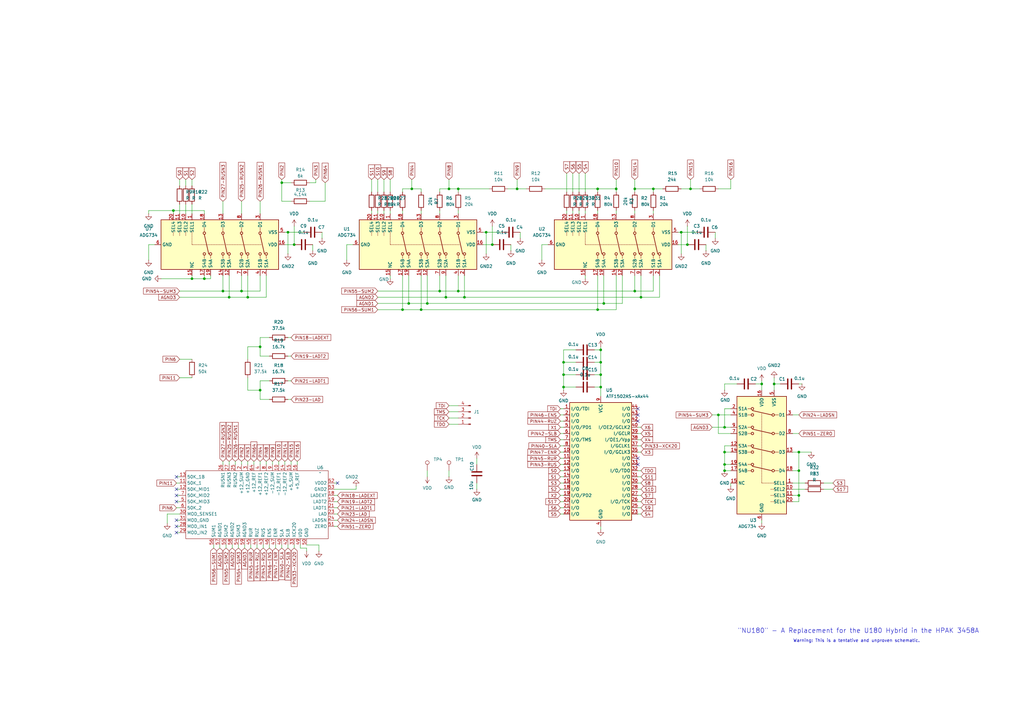
<source format=kicad_sch>
(kicad_sch (version 20250114) (generator "eeschema") (generator_version "9.0")
  (paper "A3")
  (text "Warning: This is a tentative and unproven schematic." (at 351.282 262.89 0) (effects (font (size 1.27 1.27))))
  (text "\"NU180\" - A Replacement for the U180 Hybrid in the HPAK 3458A " (at 352.806 258.826 0) (effects (font (size 1.905 1.905))))
  (junction (at 190.5 121.92))
  (junction (at 267.97 77.47))
  (junction (at 252.73 77.47))
  (junction (at 78.74 114.3))
  (junction (at 184.15 77.47))
  (junction (at 165.1 127))
  (junction (at 212.09 77.47))
  (junction (at 115.57 74.93))
  (junction (at 182.88 121.92))
  (junction (at 283.21 77.47))
  (junction (at 246.38 148.59))
  (junction (at 281.94 100.33))
  (junction (at 101.6 121.92))
  (junction (at 187.96 77.47))
  (junction (at 297.18 190.5))
  (junction (at 93.98 121.92))
  (junction (at 279.4 95.25))
  (junction (at 246.38 143.51))
  (junction (at 294.64 170.18))
  (junction (at 120.65 100.33))
  (junction (at 83.82 114.3))
  (junction (at 106.68 142.24))
  (junction (at 317.5 157.48))
  (junction (at 172.72 127))
  (junction (at 327.66 193.04))
  (junction (at 199.39 95.25))
  (junction (at 260.35 119.38))
  (junction (at 168.91 77.47))
  (junction (at 260.35 77.47))
  (junction (at 118.11 95.25))
  (junction (at 297.18 185.42))
  (junction (at 262.89 121.92))
  (junction (at 297.18 175.26))
  (junction (at 187.96 119.38))
  (junction (at 175.26 124.46))
  (junction (at 91.44 119.38))
  (junction (at 106.68 160.02))
  (junction (at 180.34 119.38))
  (junction (at 99.06 119.38))
  (junction (at 246.38 153.67))
  (junction (at 327.66 203.2))
  (junction (at 247.65 124.46))
  (junction (at 245.11 77.47))
  (junction (at 167.64 124.46))
  (junction (at 312.42 157.48))
  (junction (at 231.14 153.67))
  (junction (at 71.12 86.36))
  (junction (at 297.18 193.04))
  (junction (at 245.11 127))
  (junction (at 201.93 100.33))
  (junction (at 246.38 158.75))
  (junction (at 327.66 185.42))
  (junction (at 231.14 148.59))
  (junction (at 231.14 158.75))
  (no_connect (at 261.62 190.5))
  (no_connect (at 72.39 218.44))
  (no_connect (at 72.39 200.66))
  (no_connect (at 72.39 203.2))
  (no_connect (at 72.39 195.58))
  (no_connect (at 72.39 213.36))
  (no_connect (at 261.62 167.64))
  (no_connect (at 72.39 205.74))
  (no_connect (at 138.43 198.12))
  (no_connect (at 261.62 170.18))
  (no_connect (at 72.39 215.9))
  (no_connect (at 261.62 187.96))
  (no_connect (at 261.62 172.72))
  (wire (pts (xy 118.11 224.79) (xy 118.11 223.52)))
  (wire (pts (xy 106.68 146.05) (xy 110.49 146.05)))
  (wire (pts (xy 262.89 185.42) (xy 261.62 185.42)))
  (wire (pts (xy 279.4 95.25) (xy 285.75 95.25)))
  (wire (pts (xy 119.38 74.93) (xy 115.57 74.93)))
  (wire (pts (xy 198.12 95.25) (xy 199.39 95.25)))
  (wire (pts (xy 297.18 185.42) (xy 297.18 190.5)))
  (wire (pts (xy 111.76 189.23) (xy 111.76 190.5)))
  (wire (pts (xy 109.22 189.23) (xy 109.22 190.5)))
  (wire (pts (xy 72.39 195.58) (xy 73.66 195.58)))
  (wire (pts (xy 101.6 142.24) (xy 106.68 142.24)))
  (wire (pts (xy 260.35 113.03) (xy 260.35 119.38)))
  (wire (pts (xy 229.87 193.04) (xy 231.14 193.04)))
  (wire (pts (xy 325.12 193.04) (xy 327.66 193.04)))
  (wire (pts (xy 76.2 83.82) (xy 76.2 87.63)))
  (wire (pts (xy 154.94 124.46) (xy 167.64 124.46)))
  (wire (pts (xy 128.27 100.33) (xy 128.27 102.87)))
  (wire (pts (xy 297.18 175.26) (xy 299.72 175.26)))
  (wire (pts (xy 129.54 73.66) (xy 129.54 74.93)))
  (wire (pts (xy 137.16 208.28) (xy 138.43 208.28)))
  (wire (pts (xy 184.15 168.91) (xy 187.96 168.91)))
  (wire (pts (xy 222.25 100.33) (xy 224.79 100.33)))
  (wire (pts (xy 229.87 182.88) (xy 231.14 182.88)))
  (wire (pts (xy 165.1 77.47) (xy 165.1 78.74)))
  (wire (pts (xy 297.18 182.88) (xy 299.72 182.88)))
  (wire (pts (xy 262.89 113.03) (xy 262.89 121.92)))
  (wire (pts (xy 99.06 113.03) (xy 99.06 119.38)))
  (wire (pts (xy 337.82 200.66) (xy 341.63 200.66)))
  (wire (pts (xy 231.14 160.02) (xy 231.14 158.75)))
  (wire (pts (xy 262.89 200.66) (xy 261.62 200.66)))
  (wire (pts (xy 118.11 146.05) (xy 119.38 146.05)))
  (wire (pts (xy 283.21 77.47) (xy 287.02 77.47)))
  (wire (pts (xy 232.41 71.12) (xy 232.41 78.74)))
  (wire (pts (xy 325.12 200.66) (xy 330.2 200.66)))
  (wire (pts (xy 160.02 114.3) (xy 160.02 113.03)))
  (wire (pts (xy 260.35 77.47) (xy 260.35 78.74)))
  (wire (pts (xy 247.65 113.03) (xy 247.65 124.46)))
  (wire (pts (xy 187.96 86.36) (xy 187.96 87.63)))
  (wire (pts (xy 229.87 167.64) (xy 231.14 167.64)))
  (wire (pts (xy 190.5 121.92) (xy 262.89 121.92)))
  (wire (pts (xy 73.66 154.94) (xy 78.74 154.94)))
  (wire (pts (xy 182.88 121.92) (xy 190.5 121.92)))
  (wire (pts (xy 229.87 172.72) (xy 231.14 172.72)))
  (wire (pts (xy 110.49 156.21) (xy 106.68 156.21)))
  (wire (pts (xy 165.1 113.03) (xy 165.1 127)))
  (wire (pts (xy 130.81 223.52) (xy 130.81 226.06)))
  (wire (pts (xy 184.15 166.37) (xy 187.96 166.37)))
  (wire (pts (xy 109.22 113.03) (xy 109.22 121.92)))
  (wire (pts (xy 165.1 86.36) (xy 165.1 87.63)))
  (wire (pts (xy 320.04 157.48) (xy 317.5 157.48)))
  (wire (pts (xy 113.03 224.79) (xy 113.03 223.52)))
  (wire (pts (xy 297.18 167.64) (xy 297.18 175.26)))
  (wire (pts (xy 152.4 86.36) (xy 152.4 87.63)))
  (wire (pts (xy 262.89 175.26) (xy 261.62 175.26)))
  (wire (pts (xy 309.88 157.48) (xy 312.42 157.48)))
  (wire (pts (xy 182.88 113.03) (xy 182.88 121.92)))
  (wire (pts (xy 245.11 113.03) (xy 245.11 127)))
  (wire (pts (xy 115.57 73.66) (xy 115.57 74.93)))
  (wire (pts (xy 93.98 189.23) (xy 93.98 190.5)))
  (wire (pts (xy 106.68 142.24) (xy 106.68 146.05)))
  (wire (pts (xy 115.57 82.55) (xy 119.38 82.55)))
  (wire (pts (xy 106.68 113.03) (xy 106.68 119.38)))
  (wire (pts (xy 152.4 73.66) (xy 152.4 78.74)))
  (wire (pts (xy 297.18 185.42) (xy 299.72 185.42)))
  (wire (pts (xy 138.43 215.9) (xy 137.16 215.9)))
  (wire (pts (xy 327.66 203.2) (xy 327.66 205.74)))
  (wire (pts (xy 101.6 113.03) (xy 101.6 121.92)))
  (wire (pts (xy 245.11 78.74) (xy 245.11 77.47)))
  (wire (pts (xy 260.35 77.47) (xy 267.97 77.47)))
  (wire (pts (xy 231.14 153.67) (xy 236.22 153.67)))
  (wire (pts (xy 60.96 86.36) (xy 60.96 87.63)))
  (wire (pts (xy 106.68 163.83) (xy 110.49 163.83)))
  (wire (pts (xy 231.14 143.51) (xy 231.14 148.59)))
  (wire (pts (xy 283.21 73.66) (xy 283.21 77.47)))
  (wire (pts (xy 297.18 190.5) (xy 297.18 193.04)))
  (wire (pts (xy 240.03 71.12) (xy 240.03 78.74)))
  (wire (pts (xy 198.12 100.33) (xy 201.93 100.33)))
  (wire (pts (xy 91.44 189.23) (xy 91.44 190.5)))
  (wire (pts (xy 229.87 175.26) (xy 231.14 175.26)))
  (wire (pts (xy 229.87 170.18) (xy 231.14 170.18)))
  (wire (pts (xy 91.44 113.03) (xy 91.44 119.38)))
  (wire (pts (xy 231.14 158.75) (xy 236.22 158.75)))
  (wire (pts (xy 72.39 215.9) (xy 73.66 215.9)))
  (wire (pts (xy 294.64 77.47) (xy 299.72 77.47)))
  (wire (pts (xy 119.38 189.23) (xy 119.38 190.5)))
  (wire (pts (xy 201.93 92.71) (xy 201.93 100.33)))
  (wire (pts (xy 72.39 213.36) (xy 73.66 213.36)))
  (wire (pts (xy 252.73 73.66) (xy 252.73 77.47)))
  (wire (pts (xy 127 74.93) (xy 129.54 74.93)))
  (wire (pts (xy 86.36 113.03) (xy 86.36 114.3)))
  (wire (pts (xy 168.91 77.47) (xy 165.1 77.47)))
  (wire (pts (xy 73.66 119.38) (xy 91.44 119.38)))
  (wire (pts (xy 292.1 170.18) (xy 294.64 170.18)))
  (wire (pts (xy 187.96 77.47) (xy 184.15 77.47)))
  (wire (pts (xy 297.18 182.88) (xy 297.18 185.42)))
  (wire (pts (xy 260.35 86.36) (xy 260.35 87.63)))
  (wire (pts (xy 312.42 213.36) (xy 312.42 214.63)))
  (wire (pts (xy 212.09 73.66) (xy 212.09 77.47)))
  (wire (pts (xy 119.38 138.43) (xy 118.11 138.43)))
  (wire (pts (xy 252.73 78.74) (xy 252.73 77.47)))
  (wire (pts (xy 91.44 82.55) (xy 91.44 87.63)))
  (wire (pts (xy 83.82 86.36) (xy 83.82 87.63)))
  (wire (pts (xy 294.64 170.18) (xy 299.72 170.18)))
  (wire (pts (xy 146.05 199.39) (xy 146.05 200.66)))
  (wire (pts (xy 95.25 224.79) (xy 95.25 223.52)))
  (wire (pts (xy 184.15 77.47) (xy 180.34 77.47)))
  (wire (pts (xy 78.74 113.03) (xy 78.74 114.3)))
  (wire (pts (xy 180.34 77.47) (xy 180.34 78.74)))
  (wire (pts (xy 160.02 86.36) (xy 160.02 87.63)))
  (wire (pts (xy 229.87 195.58) (xy 231.14 195.58)))
  (wire (pts (xy 137.16 210.82) (xy 138.43 210.82)))
  (wire (pts (xy 172.72 127) (xy 245.11 127)))
  (wire (pts (xy 73.66 147.32) (xy 78.74 147.32)))
  (wire (pts (xy 246.38 143.51) (xy 246.38 148.59)))
  (wire (pts (xy 123.19 224.79) (xy 125.73 224.79)))
  (wire (pts (xy 231.14 143.51) (xy 236.22 143.51)))
  (wire (pts (xy 73.66 83.82) (xy 73.66 87.63)))
  (wire (pts (xy 73.66 121.92) (xy 93.98 121.92)))
  (wire (pts (xy 195.58 190.5) (xy 195.58 187.96)))
  (wire (pts (xy 168.91 73.66) (xy 168.91 77.47)))
  (wire (pts (xy 115.57 74.93) (xy 115.57 82.55)))
  (wire (pts (xy 312.42 156.21) (xy 312.42 157.48)))
  (wire (pts (xy 127 82.55) (xy 133.35 82.55)))
  (wire (pts (xy 101.6 160.02) (xy 106.68 160.02)))
  (wire (pts (xy 281.94 92.71) (xy 281.94 100.33)))
  (wire (pts (xy 246.38 142.24) (xy 246.38 143.51)))
  (wire (pts (xy 325.12 203.2) (xy 327.66 203.2)))
  (wire (pts (xy 107.95 224.79) (xy 107.95 223.52)))
  (wire (pts (xy 93.98 113.03) (xy 93.98 121.92)))
  (wire (pts (xy 110.49 138.43) (xy 106.68 138.43)))
  (wire (pts (xy 231.14 153.67) (xy 231.14 158.75)))
  (wire (pts (xy 262.89 177.8) (xy 261.62 177.8)))
  (wire (pts (xy 68.58 210.82) (xy 68.58 214.63)))
  (wire (pts (xy 83.82 113.03) (xy 83.82 114.3)))
  (wire (pts (xy 243.84 153.67) (xy 246.38 153.67)))
  (wire (pts (xy 252.73 86.36) (xy 252.73 87.63)))
  (wire (pts (xy 180.34 119.38) (xy 187.96 119.38)))
  (wire (pts (xy 297.18 157.48) (xy 302.26 157.48)))
  (wire (pts (xy 229.87 187.96) (xy 231.14 187.96)))
  (wire (pts (xy 246.38 153.67) (xy 246.38 158.75)))
  (wire (pts (xy 110.49 224.79) (xy 110.49 223.52)))
  (wire (pts (xy 297.18 190.5) (xy 299.72 190.5)))
  (wire (pts (xy 278.13 100.33) (xy 281.94 100.33)))
  (wire (pts (xy 118.11 95.25) (xy 118.11 104.14)))
  (wire (pts (xy 72.39 200.66) (xy 73.66 200.66)))
  (wire (pts (xy 133.35 74.93) (xy 133.35 82.55)))
  (wire (pts (xy 106.68 189.23) (xy 106.68 190.5)))
  (wire (pts (xy 267.97 113.03) (xy 267.97 119.38)))
  (wire (pts (xy 96.52 189.23) (xy 96.52 190.5)))
  (wire (pts (xy 120.65 224.79) (xy 120.65 223.52)))
  (wire (pts (xy 101.6 154.94) (xy 101.6 160.02)))
  (wire (pts (xy 180.34 86.36) (xy 180.34 87.63)))
  (wire (pts (xy 262.89 180.34) (xy 261.62 180.34)))
  (wire (pts (xy 293.37 95.25) (xy 293.37 97.79)))
  (wire (pts (xy 120.65 92.71) (xy 120.65 100.33)))
  (wire (pts (xy 99.06 119.38) (xy 106.68 119.38)))
  (wire (pts (xy 78.74 114.3) (xy 83.82 114.3)))
  (wire (pts (xy 116.84 95.25) (xy 118.11 95.25)))
  (wire (pts (xy 231.14 148.59) (xy 236.22 148.59)))
  (wire (pts (xy 184.15 173.99) (xy 187.96 173.99)))
  (wire (pts (xy 187.96 113.03) (xy 187.96 119.38)))
  (wire (pts (xy 101.6 121.92) (xy 109.22 121.92)))
  (wire (pts (xy 199.39 95.25) (xy 199.39 104.14)))
  (wire (pts (xy 99.06 189.23) (xy 99.06 190.5)))
  (wire (pts (xy 125.73 224.79) (xy 125.73 226.06)))
  (wire (pts (xy 262.89 208.28) (xy 261.62 208.28)))
  (wire (pts (xy 142.24 100.33) (xy 142.24 106.68)))
  (wire (pts (xy 76.2 73.66) (xy 76.2 76.2)))
  (wire (pts (xy 262.89 195.58) (xy 261.62 195.58)))
  (wire (pts (xy 255.27 113.03) (xy 255.27 124.46)))
  (wire (pts (xy 243.84 148.59) (xy 246.38 148.59)))
  (wire (pts (xy 246.38 148.59) (xy 246.38 153.67)))
  (wire (pts (xy 262.89 198.12) (xy 261.62 198.12)))
  (wire (pts (xy 237.49 86.36) (xy 237.49 87.63)))
  (wire (pts (xy 222.25 100.33) (xy 222.25 106.68)))
  (wire (pts (xy 68.58 210.82) (xy 73.66 210.82)))
  (wire (pts (xy 317.5 157.48) (xy 317.5 160.02)))
  (wire (pts (xy 157.48 86.36) (xy 157.48 87.63)))
  (wire (pts (xy 172.72 78.74) (xy 172.72 77.47)))
  (wire (pts (xy 118.11 163.83) (xy 119.38 163.83)))
  (wire (pts (xy 71.12 86.36) (xy 71.12 87.63)))
  (wire (pts (xy 172.72 113.03) (xy 172.72 127)))
  (wire (pts (xy 184.15 171.45) (xy 187.96 171.45)))
  (wire (pts (xy 72.39 203.2) (xy 73.66 203.2)))
  (wire (pts (xy 246.38 215.9) (xy 246.38 217.17)))
  (wire (pts (xy 105.41 224.79) (xy 105.41 223.52)))
  (wire (pts (xy 118.11 156.21) (xy 119.38 156.21)))
  (wire (pts (xy 252.73 77.47) (xy 245.11 77.47)))
  (wire (pts (xy 208.28 77.47) (xy 212.09 77.47)))
  (wire (pts (xy 262.89 121.92) (xy 270.51 121.92)))
  (wire (pts (xy 132.08 95.25) (xy 132.08 97.79)))
  (wire (pts (xy 229.87 185.42) (xy 231.14 185.42)))
  (wire (pts (xy 157.48 73.66) (xy 157.48 78.74)))
  (wire (pts (xy 262.89 193.04) (xy 261.62 193.04)))
  (wire (pts (xy 106.68 160.02) (xy 106.68 163.83)))
  (wire (pts (xy 231.14 148.59) (xy 231.14 153.67)))
  (wire (pts (xy 246.38 158.75) (xy 246.38 162.56)))
  (wire (pts (xy 118.11 95.25) (xy 124.46 95.25)))
  (wire (pts (xy 267.97 77.47) (xy 271.78 77.47)))
  (wire (pts (xy 154.94 121.92) (xy 182.88 121.92)))
  (wire (pts (xy 93.98 121.92) (xy 101.6 121.92)))
  (wire (pts (xy 209.55 100.33) (xy 209.55 102.87)))
  (wire (pts (xy 137.16 205.74) (xy 138.43 205.74)))
  (wire (pts (xy 240.03 86.36) (xy 240.03 87.63)))
  (wire (pts (xy 190.5 113.03) (xy 190.5 121.92)))
  (wire (pts (xy 289.56 100.33) (xy 289.56 102.87)))
  (wire (pts (xy 229.87 203.2) (xy 231.14 203.2)))
  (wire (pts (xy 167.64 124.46) (xy 175.26 124.46)))
  (wire (pts (xy 100.33 224.79) (xy 100.33 223.52)))
  (wire (pts (xy 317.5 154.94) (xy 317.5 157.48)))
  (wire (pts (xy 297.18 167.64) (xy 299.72 167.64)))
  (wire (pts (xy 245.11 86.36) (xy 245.11 87.63)))
  (wire (pts (xy 180.34 113.03) (xy 180.34 119.38)))
  (wire (pts (xy 184.15 193.04) (xy 184.15 195.58)))
  (wire (pts (xy 299.72 199.39) (xy 299.72 198.12)))
  (wire (pts (xy 199.39 95.25) (xy 205.74 95.25)))
  (wire (pts (xy 237.49 71.12) (xy 237.49 78.74)))
  (wire (pts (xy 245.11 77.47) (xy 223.52 77.47)))
  (wire (pts (xy 312.42 157.48) (xy 312.42 160.02)))
  (wire (pts (xy 154.94 86.36) (xy 154.94 87.63)))
  (wire (pts (xy 337.82 198.12) (xy 341.63 198.12)))
  (wire (pts (xy 260.35 119.38) (xy 267.97 119.38)))
  (wire (pts (xy 72.39 218.44) (xy 73.66 218.44)))
  (wire (pts (xy 262.89 210.82) (xy 261.62 210.82)))
  (wire (pts (xy 106.68 156.21) (xy 106.68 160.02)))
  (wire (pts (xy 97.79 224.79) (xy 97.79 223.52)))
  (wire (pts (xy 73.66 73.66) (xy 73.66 76.2)))
  (wire (pts (xy 325.12 177.8) (xy 327.66 177.8)))
  (wire (pts (xy 115.57 224.79) (xy 115.57 223.52)))
  (wire (pts (xy 101.6 189.23) (xy 101.6 190.5)))
  (wire (pts (xy 270.51 113.03) (xy 270.51 121.92)))
  (wire (pts (xy 66.04 114.3) (xy 78.74 114.3)))
  (wire (pts (xy 123.19 223.52) (xy 123.19 224.79)))
  (wire (pts (xy 327.66 157.48) (xy 328.93 157.48)))
  (wire (pts (xy 229.87 198.12) (xy 231.14 198.12)))
  (wire (pts (xy 172.72 77.47) (xy 168.91 77.47)))
  (wire (pts (xy 72.39 198.12) (xy 73.66 198.12)))
  (wire (pts (xy 229.87 210.82) (xy 231.14 210.82)))
  (wire (pts (xy 90.17 224.79) (xy 90.17 223.52)))
  (wire (pts (xy 260.35 73.66) (xy 260.35 77.47)))
  (wire (pts (xy 243.84 143.51) (xy 246.38 143.51)))
  (wire (pts (xy 325.12 205.74) (xy 327.66 205.74)))
  (wire (pts (xy 267.97 86.36) (xy 267.97 87.63)))
  (wire (pts (xy 279.4 95.25) (xy 279.4 104.14)))
  (wire (pts (xy 195.58 198.12) (xy 195.58 200.66)))
  (wire (pts (xy 325.12 170.18) (xy 327.66 170.18)))
  (wire (pts (xy 154.94 119.38) (xy 180.34 119.38)))
  (wire (pts (xy 187.96 119.38) (xy 260.35 119.38)))
  (wire (pts (xy 229.87 200.66) (xy 231.14 200.66)))
  (wire (pts (xy 137.16 200.66) (xy 146.05 200.66)))
  (wire (pts (xy 229.87 205.74) (xy 231.14 205.74)))
  (wire (pts (xy 234.95 86.36) (xy 234.95 87.63)))
  (wire (pts (xy 232.41 86.36) (xy 232.41 87.63)))
  (wire (pts (xy 187.96 77.47) (xy 200.66 77.47)))
  (wire (pts (xy 116.84 100.33) (xy 120.65 100.33)))
  (wire (pts (xy 142.24 100.33) (xy 144.78 100.33)))
  (wire (pts (xy 138.43 213.36) (xy 137.16 213.36)))
  (wire (pts (xy 262.89 203.2) (xy 261.62 203.2)))
  (wire (pts (xy 247.65 124.46) (xy 255.27 124.46)))
  (wire (pts (xy 60.96 100.33) (xy 60.96 106.68)))
  (wire (pts (xy 60.96 86.36) (xy 71.12 86.36)))
  (wire (pts (xy 267.97 78.74) (xy 267.97 77.47)))
  (wire (pts (xy 91.44 119.38) (xy 99.06 119.38)))
  (wire (pts (xy 121.92 189.23) (xy 121.92 190.5)))
  (wire (pts (xy 184.15 73.66) (xy 184.15 77.47)))
  (wire (pts (xy 212.09 77.47) (xy 215.9 77.47)))
  (wire (pts (xy 294.64 177.8) (xy 294.64 170.18)))
  (wire (pts (xy 102.87 224.79) (xy 102.87 223.52)))
  (wire (pts (xy 87.63 224.79) (xy 87.63 223.52)))
  (wire (pts (xy 83.82 114.3) (xy 86.36 114.3)))
  (wire (pts (xy 262.89 205.74) (xy 261.62 205.74)))
  (wire (pts (xy 327.66 193.04) (xy 327.66 203.2)))
  (wire (pts (xy 229.87 180.34) (xy 231.14 180.34)))
  (wire (pts (xy 175.26 193.04) (xy 175.26 195.58)))
  (wire (pts (xy 106.68 82.55) (xy 106.68 87.63)))
  (wire (pts (xy 278.13 95.25) (xy 279.4 95.25)))
  (wire (pts (xy 240.03 114.3) (xy 240.03 113.03)))
  (wire (pts (xy 154.94 73.66) (xy 154.94 78.74)))
  (wire (pts (xy 160.02 73.66) (xy 160.02 78.74)))
  (wire (pts (xy 138.43 198.12) (xy 137.16 198.12)))
  (wire (pts (xy 229.87 190.5) (xy 231.14 190.5)))
  (wire (pts (xy 243.84 158.75) (xy 246.38 158.75)))
  (wire (pts (xy 325.12 198.12) (xy 330.2 198.12)))
  (wire (pts (xy 72.39 208.28) (xy 73.66 208.28)))
  (wire (pts (xy 299.72 177.8) (xy 294.64 177.8)))
  (wire (pts (xy 99.06 82.55) (xy 99.06 87.63)))
  (wire (pts (xy 299.72 73.66) (xy 299.72 77.47)))
  (wire (pts (xy 175.26 113.03) (xy 175.26 124.46)))
  (wire (pts (xy 297.18 193.04) (xy 299.72 193.04)))
  (wire (pts (xy 325.12 185.42) (xy 327.66 185.42)))
  (wire (pts (xy 60.96 100.33) (xy 63.5 100.33)))
  (wire (pts (xy 234.95 71.12) (xy 234.95 78.74)))
  (wire (pts (xy 138.43 203.2) (xy 137.16 203.2)))
  (wire (pts (xy 213.36 95.25) (xy 213.36 97.79)))
  (wire (pts (xy 92.71 224.79) (xy 92.71 223.52)))
  (wire (pts (xy 78.74 83.82) (xy 78.74 87.63)))
  (wire (pts (xy 101.6 142.24) (xy 101.6 147.32)))
  (wire (pts (xy 165.1 127) (xy 172.72 127)))
  (wire (pts (xy 187.96 78.74) (xy 187.96 77.47)))
  (wire (pts (xy 167.64 113.03) (xy 167.64 124.46)))
  (wire (pts (xy 327.66 185.42) (xy 332.74 185.42)))
  (wire (pts (xy 72.39 205.74) (xy 73.66 205.74)))
  (wire (pts (xy 252.73 113.03) (xy 252.73 127)))
  (wire (pts (xy 125.73 223.52) (xy 130.81 223.52)))
  (wire (pts (xy 229.87 177.8) (xy 231.14 177.8)))
  (wire (pts (xy 229.87 208.28) (xy 231.14 208.28)))
  (wire (pts (xy 106.68 138.43) (xy 106.68 142.24)))
  (wire (pts (xy 292.1 175.26) (xy 297.18 175.26)))
  (wire (pts (xy 116.84 189.23) (xy 116.84 190.5)))
  (wire (pts (xy 71.12 86.36) (xy 83.82 86.36)))
  (wire (pts (xy 297.18 160.02) (xy 297.18 157.48)))
  (wire (pts (xy 175.26 124.46) (xy 247.65 124.46)))
  (wire (pts (xy 78.74 73.66) (xy 78.74 76.2)))
  (wire (pts (xy 172.72 86.36) (xy 172.72 87.63)))
  (wire (pts (xy 327.66 185.42) (xy 327.66 193.04)))
  (wire (pts (xy 104.14 189.23) (xy 104.14 190.5)))
  (wire (pts (xy 114.3 189.23) (xy 114.3 190.5)))
  (wire (pts (xy 261.62 182.88) (xy 262.89 182.88)))
  (wire (pts (xy 245.11 127) (xy 252.73 127)))
  (wire (pts (xy 279.4 77.47) (xy 283.21 77.47)))
  (wire (pts (xy 154.94 127) (xy 165.1 127)))
  (global_label "S4" (shape input) (at 262.89 210.82 0) (property "Intersheetrefs" "${INTERSHEET_REFS}" (effects (hide yes))))
  (global_label "PIN47-ENR" (shape input) (at 229.87 185.42 180) (property "Intersheetrefs" "${INTERSHEET_REFS}" (effects (hide yes))))
  (global_label "S6" (shape input) (at 229.87 208.28 180) (property "Intersheetrefs" "${INTERSHEET_REFS}" (effects (hide yes))))
  (global_label "PIN44-RUZ" (shape input) (at 105.41 224.79 270) (property "Intersheetrefs" "${INTERSHEET_REFS}" (effects (hide yes))))
  (global_label "S0" (shape input) (at 229.87 193.04 180) (property "Intersheetrefs" "${INTERSHEET_REFS}" (effects (hide yes))))
  (global_label "AGND1" (shape input) (at 90.17 224.79 270) (property "Intersheetrefs" "${INTERSHEET_REFS}" (effects (hide yes))))
  (global_label "PIN16" (shape input) (at 121.92 189.23 90) (property "Intersheetrefs" "${INTERSHEET_REFS}" (effects (hide yes))))
  (global_label "PIN8" (shape input) (at 184.15 73.66 90) (property "Intersheetrefs" "${INTERSHEET_REFS}" (effects (hide yes))))
  (global_label "PIN42-SLB" (shape input) (at 118.11 224.79 270) (property "Intersheetrefs" "${INTERSHEET_REFS}" (effects (hide yes))))
  (global_label "X4" (shape input) (at 262.89 180.34 0) (property "Intersheetrefs" "${INTERSHEET_REFS}" (effects (hide yes))))
  (global_label "PIN43-RUS" (shape input) (at 229.87 190.5 180) (property "Intersheetrefs" "${INTERSHEET_REFS}" (effects (hide yes))))
  (global_label "X1" (shape input) (at 229.87 175.26 180) (property "Intersheetrefs" "${INTERSHEET_REFS}" (effects (hide yes))))
  (global_label "S11" (shape input) (at 262.89 195.58 0) (property "Intersheetrefs" "${INTERSHEET_REFS}" (effects (hide yes))))
  (global_label "S6" (shape input) (at 234.95 71.12 90) (property "Intersheetrefs" "${INTERSHEET_REFS}" (effects (hide yes))))
  (global_label "S1" (shape input) (at 76.2 73.66 90) (property "Intersheetrefs" "${INTERSHEET_REFS}" (effects (hide yes))))
  (global_label "PIN55-SUM2" (shape input) (at 92.71 224.79 270) (property "Intersheetrefs" "${INTERSHEET_REFS}" (effects (hide yes))))
  (global_label "PIN6" (shape input) (at 72.39 208.28 180) (property "Intersheetrefs" "${INTERSHEET_REFS}" (effects (hide yes))))
  (global_label "S9" (shape input) (at 262.89 208.28 0) (property "Intersheetrefs" "${INTERSHEET_REFS}" (effects (hide yes))))
  (global_label "PIN40-SLA" (shape input) (at 229.87 182.88 180) (property "Intersheetrefs" "${INTERSHEET_REFS}" (effects (hide yes))))
  (global_label "PIN14" (shape input) (at 116.84 189.23 90) (property "Intersheetrefs" "${INTERSHEET_REFS}" (effects (hide yes))))
  (global_label "PIN9" (shape input) (at 111.76 189.23 90) (property "Intersheetrefs" "${INTERSHEET_REFS}" (effects (hide yes))))
  (global_label "PIN21-LADT1" (shape input) (at 119.38 156.21 0) (property "Intersheetrefs" "${INTERSHEET_REFS}" (effects (hide yes))))
  (global_label "PIN27-RUSN3" (shape input) (at 91.44 189.23 90) (property "Intersheetrefs" "${INTERSHEET_REFS}" (effects (hide yes))))
  (global_label "AGND2" (shape input) (at 154.94 121.92 180) (property "Intersheetrefs" "${INTERSHEET_REFS}" (effects (hide yes))))
  (global_label "S8" (shape input) (at 160.02 73.66 90) (property "Intersheetrefs" "${INTERSHEET_REFS}" (effects (hide yes))))
  (global_label "PIN40-SLA" (shape input) (at 115.57 224.79 270) (property "Intersheetrefs" "${INTERSHEET_REFS}" (effects (hide yes))))
  (global_label "PIN26-RUSN1" (shape input) (at 96.52 189.23 90) (property "Intersheetrefs" "${INTERSHEET_REFS}" (effects (hide yes))))
  (global_label "S11" (shape input) (at 152.4 73.66 90) (property "Intersheetrefs" "${INTERSHEET_REFS}" (effects (hide yes))))
  (global_label "S7" (shape input) (at 262.89 203.2 0) (property "Intersheetrefs" "${INTERSHEET_REFS}" (effects (hide yes))))
  (global_label "S3" (shape input) (at 341.63 198.12 0) (property "Intersheetrefs" "${INTERSHEET_REFS}" (effects (hide yes))))
  (global_label "PIN11" (shape input) (at 73.66 154.94 180) (property "Intersheetrefs" "${INTERSHEET_REFS}" (effects (hide yes))))
  (global_label "PIN25-RUSN2" (shape input) (at 93.98 189.23 90) (property "Intersheetrefs" "${INTERSHEET_REFS}" (effects (hide yes))))
  (global_label "PIN4" (shape input) (at 168.91 73.66 90) (property "Intersheetrefs" "${INTERSHEET_REFS}" (effects (hide yes))))
  (global_label "PIN45-RUR" (shape input) (at 229.87 187.96 180) (property "Intersheetrefs" "${INTERSHEET_REFS}" (effects (hide yes))))
  (global_label "PIN43-RUS" (shape input) (at 107.95 224.79 270) (property "Intersheetrefs" "${INTERSHEET_REFS}" (effects (hide yes))))
  (global_label "S5" (shape input) (at 237.49 71.12 90) (property "Intersheetrefs" "${INTERSHEET_REFS}" (effects (hide yes))))
  (global_label "PIN54-SUM3" (shape input) (at 292.1 170.18 180) (property "Intersheetrefs" "${INTERSHEET_REFS}" (effects (hide yes))))
  (global_label "PIN15" (shape input) (at 119.38 189.23 90) (property "Intersheetrefs" "${INTERSHEET_REFS}" (effects (hide yes))))
  (global_label "PIN24-LADSN" (shape input) (at 138.43 213.36 0) (property "Intersheetrefs" "${INTERSHEET_REFS}" (effects (hide yes))))
  (global_label "PIN23-LAD" (shape input) (at 119.38 163.83 0) (property "Intersheetrefs" "${INTERSHEET_REFS}" (effects (hide yes))))
  (global_label "S8" (shape input) (at 262.89 198.12 0) (property "Intersheetrefs" "${INTERSHEET_REFS}" (effects (hide yes))))
  (global_label "S7" (shape input) (at 232.41 71.12 90) (property "Intersheetrefs" "${INTERSHEET_REFS}" (effects (hide yes))))
  (global_label "PIN64" (shape input) (at 133.35 74.93 90) (property "Intersheetrefs" "${INTERSHEET_REFS}" (effects (hide yes))))
  (global_label "PIN18-LADEXT" (shape input) (at 119.38 138.43 0) (property "Intersheetrefs" "${INTERSHEET_REFS}" (effects (hide yes))))
  (global_label "PIN15" (shape input) (at 283.21 73.66 90) (property "Intersheetrefs" "${INTERSHEET_REFS}" (effects (hide yes))))
  (global_label "S5" (shape input) (at 229.87 210.82 180) (property "Intersheetrefs" "${INTERSHEET_REFS}" (effects (hide yes))))
  (global_label "S3" (shape input) (at 229.87 198.12 180) (property "Intersheetrefs" "${INTERSHEET_REFS}" (effects (hide yes))))
  (global_label "PIN33-XCK20" (shape input) (at 120.65 224.79 270) (property "Intersheetrefs" "${INTERSHEET_REFS}" (effects (hide yes))))
  (global_label "X5" (shape input) (at 262.89 177.8 0) (property "Intersheetrefs" "${INTERSHEET_REFS}" (effects (hide yes))))
  (global_label "PIN24-LADSN" (shape input) (at 327.66 170.18 0) (property "Intersheetrefs" "${INTERSHEET_REFS}" (effects (hide yes))))
  (global_label "S2" (shape input) (at 229.87 200.66 180) (property "Intersheetrefs" "${INTERSHEET_REFS}" (effects (hide yes))))
  (global_label "PIN6" (shape input) (at 73.66 147.32 180) (property "Intersheetrefs" "${INTERSHEET_REFS}" (effects (hide yes))))
  (global_label "S9" (shape input) (at 157.48 73.66 90) (property "Intersheetrefs" "${INTERSHEET_REFS}" (effects (hide yes))))
  (global_label "PIN14" (shape input) (at 260.35 73.66 90) (property "Intersheetrefs" "${INTERSHEET_REFS}" (effects (hide yes))))
  (global_label "TCK" (shape input) (at 262.89 205.74 0) (property "Intersheetrefs" "${INTERSHEET_REFS}" (effects (hide yes))))
  (global_label "PIN51-ZERO" (shape input) (at 327.66 177.8 0) (property "Intersheetrefs" "${INTERSHEET_REFS}" (effects (hide yes))))
  (global_label "TDI" (shape input) (at 229.87 167.64 180) (property "Intersheetrefs" "${INTERSHEET_REFS}" (effects (hide yes))))
  (global_label "S1" (shape input) (at 229.87 195.58 180) (property "Intersheetrefs" "${INTERSHEET_REFS}" (effects (hide yes))))
  (global_label "PIN8" (shape input) (at 109.22 189.23 90) (property "Intersheetrefs" "${INTERSHEET_REFS}" (effects (hide yes))))
  (global_label "S10" (shape input) (at 262.89 200.66 0) (property "Intersheetrefs" "${INTERSHEET_REFS}" (effects (hide yes))))
  (global_label "PIN16" (shape input) (at 299.72 73.66 90) (property "Intersheetrefs" "${INTERSHEET_REFS}" (effects (hide yes))))
  (global_label "PIN10" (shape input) (at 114.3 189.23 90) (property "Intersheetrefs" "${INTERSHEET_REFS}" (effects (hide yes))))
  (global_label "PIN54-SUM3" (shape input) (at 73.66 119.38 180) (property "Intersheetrefs" "${INTERSHEET_REFS}" (effects (hide yes))))
  (global_label "S10" (shape input) (at 154.94 73.66 90) (property "Intersheetrefs" "${INTERSHEET_REFS}" (effects (hide yes))))
  (global_label "S17" (shape input) (at 341.63 200.66 0) (property "Intersheetrefs" "${INTERSHEET_REFS}" (effects (hide yes))))
  (global_label "PIN2" (shape input) (at 99.06 189.23 90) (property "Intersheetrefs" "${INTERSHEET_REFS}" (effects (hide yes))))
  (global_label "PIN9" (shape input) (at 212.09 73.66 90) (property "Intersheetrefs" "${INTERSHEET_REFS}" (effects (hide yes))))
  (global_label "TMS" (shape input) (at 184.15 168.91 180) (property "Intersheetrefs" "${INTERSHEET_REFS}" (effects (hide yes))))
  (global_label "PIN21-LADT1" (shape input) (at 138.43 208.28 0) (property "Intersheetrefs" "${INTERSHEET_REFS}" (effects (hide yes))))
  (global_label "TCK" (shape input) (at 184.15 171.45 180) (property "Intersheetrefs" "${INTERSHEET_REFS}" (effects (hide yes))))
  (global_label "AGND3" (shape input) (at 292.1 175.26 180) (property "Intersheetrefs" "${INTERSHEET_REFS}" (effects (hide yes))))
  (global_label "AGND2" (shape input) (at 95.25 224.79 270) (property "Intersheetrefs" "${INTERSHEET_REFS}" (effects (hide yes))))
  (global_label "PIN3" (shape input) (at 129.54 73.66 90) (property "Intersheetrefs" "${INTERSHEET_REFS}" (effects (hide yes))))
  (global_label "PIN10" (shape input) (at 252.73 73.66 90) (property "Intersheetrefs" "${INTERSHEET_REFS}" (effects (hide yes))))
  (global_label "S0" (shape input) (at 73.66 73.66 90) (property "Intersheetrefs" "${INTERSHEET_REFS}" (effects (hide yes))))
  (global_label "S17" (shape input) (at 229.87 205.74 180) (property "Intersheetrefs" "${INTERSHEET_REFS}" (effects (hide yes))))
  (global_label "PIN46-ENS" (shape input) (at 110.49 224.79 270) (property "Intersheetrefs" "${INTERSHEET_REFS}" (effects (hide yes))))
  (global_label "PIN27-RUSN3" (shape input) (at 91.44 82.55 90) (property "Intersheetrefs" "${INTERSHEET_REFS}" (effects (hide yes))))
  (global_label "PIN46-ENS" (shape input) (at 229.87 170.18 180) (property "Intersheetrefs" "${INTERSHEET_REFS}" (effects (hide yes))))
  (global_label "X3" (shape input) (at 262.89 185.42 0) (property "Intersheetrefs" "${INTERSHEET_REFS}" (effects (hide yes))))
  (global_label "AGND3" (shape input) (at 100.33 224.79 270) (property "Intersheetrefs" "${INTERSHEET_REFS}" (effects (hide yes))))
  (global_label "PIN56-SUM1" (shape input) (at 154.94 127 180) (property "Intersheetrefs" "${INTERSHEET_REFS}" (effects (hide yes))))
  (global_label "TDI" (shape input) (at 184.15 166.37 180) (property "Intersheetrefs" "${INTERSHEET_REFS}" (effects (hide yes))))
  (global_label "PIN4" (shape input) (at 106.68 189.23 90) (property "Intersheetrefs" "${INTERSHEET_REFS}" (effects (hide yes))))
  (global_label "PIN19-LADT2" (shape input) (at 119.38 146.05 0) (property "Intersheetrefs" "${INTERSHEET_REFS}" (effects (hide yes))))
  (global_label "PIN19-LADT2" (shape input) (at 138.43 205.74 0) (property "Intersheetrefs" "${INTERSHEET_REFS}" (effects (hide yes))))
  (global_label "PIN45-RUR" (shape input) (at 102.87 224.79 270) (property "Intersheetrefs" "${INTERSHEET_REFS}" (effects (hide yes))))
  (global_label "PIN25-RUSN2" (shape input) (at 99.06 82.55 90) (property "Intersheetrefs" "${INTERSHEET_REFS}" (effects (hide yes))))
  (global_label "PIN42-SLB" (shape input) (at 229.87 177.8 180) (property "Intersheetrefs" "${INTERSHEET_REFS}" (effects (hide yes))))
  (global_label "TDO" (shape input) (at 262.89 193.04 0) (property "Intersheetrefs" "${INTERSHEET_REFS}" (effects (hide yes))))
  (global_label "S4" (shape input) (at 240.03 71.12 90) (property "Intersheetrefs" "${INTERSHEET_REFS}" (effects (hide yes))))
  (global_label "PIN33-XCK20" (shape input) (at 262.89 182.88 0) (property "Intersheetrefs" "${INTERSHEET_REFS}" (effects (hide yes))))
  (global_label "PIN18-LADEXT" (shape input) (at 138.43 203.2 0) (property "Intersheetrefs" "${INTERSHEET_REFS}" (effects (hide yes))))
  (global_label "X2" (shape input) (at 229.87 203.2 180) (property "Intersheetrefs" "${INTERSHEET_REFS}" (effects (hide yes))))
  (global_label "PIN54-SUM3" (shape input) (at 97.79 224.79 270) (property "Intersheetrefs" "${INTERSHEET_REFS}" (effects (hide yes))))
  (global_label "PIN23-LAD" (shape input) (at 138.43 210.82 0) (property "Intersheetrefs" "${INTERSHEET_REFS}" (effects (hide yes))))
  (global_label "PIN56-SUM1" (shape input) (at 87.63 224.79 270) (property "Intersheetrefs" "${INTERSHEET_REFS}" (effects (hide yes))))
  (global_label "PIN11" (shape input) (at 72.39 198.12 180) (property "Intersheetrefs" "${INTERSHEET_REFS}" (effects (hide yes))))
  (global_label "S2" (shape input) (at 78.74 73.66 90) (property "Intersheetrefs" "${INTERSHEET_REFS}" (effects (hide yes))))
  (global_label "PIN55-SUM2" (shape input) (at 154.94 119.38 180) (property "Intersheetrefs" "${INTERSHEET_REFS}" (effects (hide yes))))
  (global_label "PIN64" (shape input) (at 104.14 189.23 90) (property "Intersheetrefs" "${INTERSHEET_REFS}" (effects (hide yes))))
  (global_label "PIN2" (shape input) (at 115.57 73.66 90) (property "Intersheetrefs" "${INTERSHEET_REFS}" (effects (hide yes))))
  (global_label "TMS" (shape input) (at 229.87 180.34 180) (property "Intersheetrefs" "${INTERSHEET_REFS}" (effects (hide yes))))
  (global_label "PIN3" (shape input) (at 101.6 189.23 90) (property "Intersheetrefs" "${INTERSHEET_REFS}" (effects (hide yes))))
  (global_label "PIN44-RUZ" (shape input) (at 229.87 172.72 180) (property "Intersheetrefs" "${INTERSHEET_REFS}" (effects (hide yes))))
  (global_label "TDO" (shape input) (at 184.15 173.99 180) (property "Intersheetrefs" "${INTERSHEET_REFS}" (effects (hide yes))))
  (global_label "AGND1" (shape input) (at 154.94 124.46 180) (property "Intersheetrefs" "${INTERSHEET_REFS}" (effects (hide yes))))
  (global_label "X6" (shape input) (at 262.89 175.26 0) (property "Intersheetrefs" "${INTERSHEET_REFS}" (effects (hide yes))))
  (global_label "PIN47-ENR" (shape input) (at 113.03 224.79 270) (property "Intersheetrefs" "${INTERSHEET_REFS}" (effects (hide yes))))
  (global_label "PIN51-ZERO" (shape input) (at 138.43 215.9 0) (property "Intersheetrefs" "${INTERSHEET_REFS}" (effects (hide yes))))
  (global_label "PIN26-RUSN1" (shape input) (at 106.68 82.55 90) (property "Intersheetrefs" "${INTERSHEET_REFS}" (effects (hide yes))))
  (global_label "AGND3" (shape input) (at 73.66 121.92 180) (property "Intersheetrefs" "${INTERSHEET_REFS}" (effects (hide yes))))
  (symbol (lib_id "Device:R") (at 290.83 77.47 270) (unit 1)
    (property "Reference" "R16" (at 290.83 71.12 90))
    (property "Value" "10k" (at 290.83 73.66 90))
    (property "Footprint" "Resistor_SMD:R_1206_3216Metric" (effects (hide yes)))
    (property "Description" "Resistor" (effects (hide yes)))
  )
  (symbol (lib_id "power:GND") (at 128.27 102.87 0) (unit 1)
    (property "Reference" "#PWR019" (effects (hide yes)))
    (property "Value" "GND" (at 128.27 107.95 0))
    (property "Description" "Power symbol creates a global label with name \"GND\" , ground" (effects (hide yes)))
  )
  (symbol (lib_id "power:GND") (at 199.39 104.14 0) (unit 1)
    (property "Reference" "#PWR013" (effects (hide yes)))
    (property "Value" "GND2" (at 199.39 109.22 0))
    (property "Description" "Power symbol creates a global label with name \"GND\" , ground" (effects (hide yes)))
  )
  (symbol (lib_id "power:GND") (at 132.08 97.79 0) (unit 1)
    (property "Reference" "#PWR018" (effects (hide yes)))
    (property "Value" "GND" (at 132.08 102.87 0))
    (property "Description" "Power symbol creates a global label with name \"GND\" , ground" (effects (hide yes)))
  )
  (symbol (lib_id "Device:R") (at 237.49 82.55 0) (unit 1)
    (property "Reference" "R30" (at 240.03 81.2799 0) (effects (justify left)))
    (property "Value" "R" (at 240.03 83.8199 0) (effects (justify left)))
    (property "Footprint" "Capacitor_SMD:C_0603_1608Metric_Pad1.08x0.95mm_HandSolder" (effects (hide yes)))
    (property "Description" "Resistor" (effects (hide yes)))
  )
  (symbol (lib_id "Mine:C_0.1U") (at 285.75 100.33 270) (unit 1)
    (property "Reference" "C3" (at 285.75 92.71 90))
    (property "Value" "0.1u" (at 285.75 95.25 90))
    (property "Footprint" "Capacitor_SMD:C_0603_1608Metric_Pad1.08x0.95mm_HandSolder" (effects (hide yes)))
    (property "Description" "Unpolarized capacitor" (effects (hide yes)))
  )
  (symbol (lib_id "Device:R") (at 240.03 82.55 0) (unit 1)
    (property "Reference" "R31" (at 242.57 81.2799 0) (effects (justify left)))
    (property "Value" "R" (at 242.57 83.8199 0) (effects (justify left)))
    (property "Footprint" "Capacitor_SMD:C_0603_1608Metric_Pad1.08x0.95mm_HandSolder" (effects (hide yes)))
    (property "Description" "Resistor" (effects (hide yes)))
  )
  (symbol (lib_id "power:GND") (at 68.58 214.63 0) (unit 1)
    (property "Reference" "#PWR040" (effects (hide yes)))
    (property "Value" "GND" (at 68.58 219.71 0))
    (property "Description" "Power symbol creates a global label with name \"GND\" , ground" (effects (hide yes)))
  )
  (symbol (lib_id "Mine:ADG734B") (at 175.26 100.33 270) (unit 1)
    (property "Reference" "U1" (at 142.24 93.9098 90))
    (property "Value" "ADG734" (at 142.24 96.4498 90))
    (property "Footprint" "Package_SO:TSSOP-20_4.4x6.5mm_P0.65mm" (effects (hide yes)))
    (property "Description" "ADG734 20-Pin TSSOP-20" (effects (hide yes)))
  )
  (symbol (lib_id "power:GND") (at 328.93 157.48 0) (unit 1)
    (property "Reference" "#PWR015" (effects (hide yes)))
    (property "Value" "GND" (at 328.93 162.56 0))
    (property "Description" "Power symbol creates a global label with name \"GND\" , ground" (effects (hide yes)))
  )
  (symbol (lib_id "Device:R") (at 334.01 198.12 270) (unit 1)
    (property "Reference" "R32" (at 334.01 191.77 90))
    (property "Value" "R" (at 334.01 194.31 90))
    (property "Footprint" "Capacitor_SMD:C_0603_1608Metric_Pad1.08x0.95mm_HandSolder" (effects (hide yes)))
    (property "Description" "Resistor" (effects (hide yes)))
  )
  (symbol (lib_id "power:GND") (at 299.72 199.39 0) (unit 1)
    (property "Reference" "#PWR030" (effects (hide yes)))
    (property "Value" "GND" (at 299.72 204.47 0))
    (property "Description" "Power symbol creates a global label with name \"GND\" , ground" (effects (hide yes)))
  )
  (symbol (lib_id "power:GND") (at 279.4 104.14 0) (unit 1)
    (property "Reference" "#PWR012" (effects (hide yes)))
    (property "Value" "GND2" (at 279.4 109.22 0))
    (property "Description" "Power symbol creates a global label with name \"GND\" , ground" (effects (hide yes)))
  )
  (symbol (lib_id "power:GND") (at 246.38 217.17 0) (unit 1)
    (property "Reference" "#PWR02" (effects (hide yes)))
    (property "Value" "GND" (at 246.38 222.25 0))
    (property "Description" "Power symbol creates a global label with name \"GND\" , ground" (effects (hide yes)))
  )
  (symbol (lib_id "Mine:C_0.1U") (at 240.03 148.59 90) (unit 1)
    (property "Reference" "C14" (at 243.078 146.558 90))
    (property "Value" "0.1u" (at 235.204 146.304 90))
    (property "Footprint" "Capacitor_SMD:C_0603_1608Metric_Pad1.08x0.95mm_HandSolder" (effects (hide yes)))
    (property "Description" "Unpolarized capacitor" (effects (hide yes)))
  )
  (symbol (lib_id "Device:R") (at 234.95 82.55 0) (unit 1)
    (property "Reference" "R29" (at 237.49 81.2799 0) (effects (justify left)))
    (property "Value" "R" (at 237.49 83.8199 0) (effects (justify left)))
    (property "Footprint" "Capacitor_SMD:C_0603_1608Metric_Pad1.08x0.95mm_HandSolder" (effects (hide yes)))
    (property "Description" "Resistor" (effects (hide yes)))
  )
  (symbol (lib_id "power:GND") (at 297.18 193.04 0) (unit 1)
    (property "Reference" "#PWR026" (effects (hide yes)))
    (property "Value" "GND" (at 297.18 198.12 0))
    (property "Description" "Power symbol creates a global label with name \"GND\" , ground" (effects (hide yes)))
  )
  (symbol (lib_id "Device:R") (at 114.3 138.43 270) (unit 1)
    (property "Reference" "R20" (at 114.3 132.08 90))
    (property "Value" "37.5k" (at 114.3 134.62 90))
    (property "Footprint" "Resistor_SMD:R_0805_2012Metric_Pad1.20x1.40mm_HandSolder" (effects (hide yes)))
    (property "Description" "Resistor" (effects (hide yes)))
  )
  (symbol (lib_id "Mine:C_0.1U") (at 124.46 100.33 270) (unit 1)
    (property "Reference" "C9" (at 124.46 92.71 90))
    (property "Value" "0.1u" (at 124.46 95.25 90))
    (property "Footprint" "Capacitor_SMD:C_0603_1608Metric_Pad1.08x0.95mm_HandSolder" (effects (hide yes)))
    (property "Description" "Unpolarized capacitor" (effects (hide yes)))
  )
  (symbol (lib_id "power:GND") (at 184.15 195.58 0) (mirror y) (unit 1)
    (property "Reference" "#PWR01" (effects (hide yes)))
    (property "Value" "GND" (at 184.15 199.898 0))
    (property "Description" "Power symbol creates a global label with name \"GND\" , ground" (effects (hide yes)))
  )
  (symbol (lib_id "Device:R") (at 157.48 82.55 0) (unit 1)
    (property "Reference" "R26" (at 160.02 81.2799 0) (effects (justify left)))
    (property "Value" "R" (at 160.02 83.8199 0) (effects (justify left)))
    (property "Footprint" "Capacitor_SMD:C_0603_1608Metric_Pad1.08x0.95mm_HandSolder" (effects (hide yes)))
    (property "Description" "Resistor" (effects (hide yes)))
  )
  (symbol (lib_id "power:VDD") (at 201.93 92.71 0) (unit 1)
    (property "Reference" "#PWR04" (effects (hide yes)))
    (property "Value" "VDD" (at 201.93 87.63 0))
    (property "Description" "Power symbol creates a global label with name \"VDD\"" (effects (hide yes)))
  )
  (symbol (lib_id "Device:R") (at 114.3 163.83 270) (unit 1)
    (property "Reference" "R17" (at 114.3 157.48 90))
    (property "Value" "37.5k" (at 114.3 160.02 90))
    (property "Footprint" "Resistor_SMD:R_0805_2012Metric_Pad1.20x1.40mm_HandSolder" (effects (hide yes)))
    (property "Description" "Resistor" (effects (hide yes)))
  )
  (symbol (lib_id "power:VDD") (at 246.38 142.24 0) (unit 1)
    (property "Reference" "#PWR03" (effects (hide yes)))
    (property "Value" "VDD" (at 246.38 137.16 0))
    (property "Description" "Power symbol creates a global label with name \"VDD\"" (effects (hide yes)))
  )
  (symbol (lib_id "Mine:C_0.1U") (at 205.74 100.33 270) (unit 1)
    (property "Reference" "C5" (at 205.74 92.71 90))
    (property "Value" "0.1u" (at 205.74 95.25 90))
    (property "Footprint" "Capacitor_SMD:C_0603_1608Metric_Pad1.08x0.95mm_HandSolder" (effects (hide yes)))
    (property "Description" "Unpolarized capacitor" (effects (hide yes)))
  )
  (symbol (lib_id "Device:R") (at 187.96 82.55 180) (unit 1)
    (property "Reference" "R5" (at 190.5 81.2799 0) (effects (justify right)))
    (property "Value" "20k" (at 190.5 83.8199 0) (effects (justify right)))
    (property "Footprint" "Resistor_SMD:R_1206_3216Metric" (effects (hide yes)))
    (property "Description" "Resistor" (effects (hide yes)))
  )
  (symbol (lib_id "Device:R") (at 123.19 82.55 270) (unit 1)
    (property "Reference" "R13" (at 123.19 77.978 90))
    (property "Value" "4.14k" (at 123.19 79.756 90))
    (property "Footprint" "Resistor_SMD:R_1206_3216Metric" (effects (hide yes)))
    (property "Description" "Resistor" (effects (hide yes)))
  )
  (symbol (lib_id "Mine:C_0.1U") (at 240.03 158.75 90) (unit 1)
    (property "Reference" "C8" (at 240.03 151.13 90))
    (property "Value" "0.1u" (at 240.03 153.67 90))
    (property "Footprint" "Capacitor_SMD:C_0603_1608Metric_Pad1.08x0.95mm_HandSolder" (effects (hide yes)))
    (property "Description" "Unpolarized capacitor" (effects (hide yes)))
  )
  (symbol (lib_id "Device:R") (at 78.74 151.13 180) (unit 1)
    (property "Reference" "R24" (at 81.28 149.8599 0) (effects (justify right)))
    (property "Value" "50k" (at 81.28 152.3999 0) (effects (justify right)))
    (property "Footprint" "Resistor_SMD:R_2512_6332Metric" (effects (hide yes)))
    (property "Description" "Resistor" (effects (hide yes)))
  )
  (symbol (lib_id "power:VDD") (at 195.58 187.96 0) (unit 1)
    (property "Reference" "#PWR037" (effects (hide yes)))
    (property "Value" "VDD" (at 195.58 183.388 0))
    (property "Description" "Power symbol creates a global label with name \"VDD\"" (effects (hide yes)))
  )
  (symbol (lib_id "power:VDD") (at 281.94 92.71 0) (unit 1)
    (property "Reference" "#PWR011" (effects (hide yes)))
    (property "Value" "VDD" (at 281.94 87.63 0))
    (property "Description" "Power symbol creates a global label with name \"VDD\"" (effects (hide yes)))
  )
  (symbol (lib_id "power:VDD") (at 312.42 156.21 0) (unit 1)
    (property "Reference" "#PWR031" (effects (hide yes)))
    (property "Value" "VDD" (at 312.42 151.13 0))
    (property "Description" "Power symbol creates a global label with name \"VDD\"" (effects (hide yes)))
  )
  (symbol (lib_id "Device:R") (at 154.94 82.55 0) (unit 1)
    (property "Reference" "R25" (at 157.48 81.2799 0) (effects (justify left)))
    (property "Value" "R" (at 157.48 83.8199 0) (effects (justify left)))
    (property "Footprint" "Capacitor_SMD:C_0603_1608Metric_Pad1.08x0.95mm_HandSolder" (effects (hide yes)))
    (property "Description" "Resistor" (effects (hide yes)))
  )
  (symbol (lib_id "Mine:C_0.1U") (at 289.56 95.25 270) (unit 1)
    (property "Reference" "C6" (at 293.116 93.218 90))
    (property "Value" "0.1u" (at 289.56 90.17 90))
    (property "Footprint" "Capacitor_SMD:C_0603_1608Metric_Pad1.08x0.95mm_HandSolder" (effects (hide yes)))
    (property "Description" "Unpolarized capacitor" (effects (hide yes)))
  )
  (symbol (lib_id "Mine:ADG734B") (at 93.98 100.33 270) (unit 1)
    (property "Reference" "U7" (at 60.96 93.9098 90))
    (property "Value" "ADG734" (at 60.96 96.4498 90))
    (property "Footprint" "Package_SO:TSSOP-20_4.4x6.5mm_P0.65mm" (effects (hide yes)))
    (property "Description" "ADG734 20-Pin TSSOP-20" (effects (hide yes)))
  )
  (symbol (lib_id "Mine:C_0.1U") (at 240.03 143.51 90) (unit 1)
    (property "Reference" "C13" (at 243.078 141.478 90))
    (property "Value" "0.1u" (at 235.204 141.224 90))
    (property "Footprint" "Capacitor_SMD:C_0603_1608Metric_Pad1.08x0.95mm_HandSolder" (effects (hide yes)))
    (property "Description" "Unpolarized capacitor" (effects (hide yes)))
  )
  (symbol (lib_id "Device:R") (at 76.2 80.01 0) (unit 1)
    (property "Reference" "R10" (at 78.74 78.7399 0) (effects (justify left)))
    (property "Value" "R" (at 78.74 81.2799 0) (effects (justify left)))
    (property "Footprint" "Capacitor_SMD:C_0603_1608Metric_Pad1.08x0.95mm_HandSolder" (effects (hide yes)))
    (property "Description" "Resistor" (effects (hide yes)))
  )
  (symbol (lib_id "Device:R") (at 78.74 80.01 0) (unit 1)
    (property "Reference" "R22" (at 81.28 78.7399 0) (effects (justify left)))
    (property "Value" "R" (at 81.28 81.2799 0) (effects (justify left)))
    (property "Footprint" "Capacitor_SMD:C_0603_1608Metric_Pad1.08x0.95mm_HandSolder" (effects (hide yes)))
    (property "Description" "Resistor" (effects (hide yes)))
  )
  (symbol (lib_id "Connector:TestPoint") (at 175.26 193.04 0) (unit 1)
    (property "Reference" "TP4" (at 177.8 188.4679 0) (effects (justify left)))
    (property "Value" "TestPoint" (effects (hide yes)))
    (property "Footprint" "Connector_PinHeader_2.54mm:PinHeader_1x01_P2.54mm_Vertical" (effects (hide yes)))
    (property "Description" "test point" (effects (hide yes)))
  )
  (symbol (lib_id "power:GND") (at 60.96 106.68 0) (unit 1)
    (property "Reference" "#PWR08" (effects (hide yes)))
    (property "Value" "GND" (at 60.96 111.76 0))
    (property "Description" "Power symbol creates a global label with name \"GND\" , ground" (effects (hide yes)))
  )
  (symbol (lib_id "power:GND") (at 317.5 154.94 180) (unit 1)
    (property "Reference" "#PWR032" (effects (hide yes)))
    (property "Value" "GND2" (at 317.5 149.86 0))
    (property "Description" "Power symbol creates a global label with name \"GND\" , ground" (effects (hide yes)))
  )
  (symbol (lib_id "Device:R") (at 114.3 146.05 270) (unit 1)
    (property "Reference" "R19" (at 114.3 139.7 90))
    (property "Value" "16.7k" (at 114.3 142.24 90))
    (property "Footprint" "Resistor_SMD:R_0805_2012Metric_Pad1.20x1.40mm_HandSolder" (effects (hide yes)))
    (property "Description" "Resistor" (effects (hide yes)))
  )
  (symbol (lib_id "Device:R") (at 123.19 74.93 270) (unit 1)
    (property "Reference" "R14" (at 123.19 69.596 90))
    (property "Value" "6k" (at 123.19 72.136 90))
    (property "Footprint" "Resistor_SMD:R_1206_3216Metric" (effects (hide yes)))
    (property "Description" "Resistor" (effects (hide yes)))
  )
  (symbol (lib_id "power:GND") (at 66.04 114.3 270) (unit 1)
    (property "Reference" "#PWR024" (effects (hide yes)))
    (property "Value" "GND" (at 62.23 114.2999 90) (effects (justify right)))
    (property "Description" "Power symbol creates a global label with name \"GND\" , ground" (effects (hide yes)))
  )
  (symbol (lib_id "power:GND") (at 195.58 200.66 0) (mirror y) (unit 1)
    (property "Reference" "#PWR036" (effects (hide yes)))
    (property "Value" "GND" (at 195.58 204.978 0))
    (property "Description" "Power symbol creates a global label with name \"GND\" , ground" (effects (hide yes)))
  )
  (symbol (lib_id "Mine:C_0.1U") (at 128.27 95.25 270) (unit 1)
    (property "Reference" "C7" (at 131.826 93.218 90))
    (property "Value" "0.1u" (at 128.27 90.17 90))
    (property "Footprint" "Capacitor_SMD:C_0603_1608Metric_Pad1.08x0.95mm_HandSolder" (effects (hide yes)))
    (property "Description" "Unpolarized capacitor" (effects (hide yes)))
  )
  (symbol (lib_id "power:GND") (at 213.36 97.79 0) (unit 1)
    (property "Reference" "#PWR09" (effects (hide yes)))
    (property "Value" "GND" (at 213.36 102.87 0))
    (property "Description" "Power symbol creates a global label with name \"GND\" , ground" (effects (hide yes)))
  )
  (symbol (lib_id "Mine:C_0.1U") (at 306.07 157.48 90) (unit 1)
    (property "Reference" "C2" (at 309.118 155.448 90))
    (property "Value" "0.1u" (at 301.244 155.194 90))
    (property "Footprint" "Capacitor_SMD:C_0603_1608Metric_Pad1.08x0.95mm_HandSolder" (effects (hide yes)))
    (property "Description" "Unpolarized capacitor" (effects (hide yes)))
  )
  (symbol (lib_id "power:GND") (at 60.96 87.63 0) (unit 1)
    (property "Reference" "#PWR022" (effects (hide yes)))
    (property "Value" "GND" (at 60.96 92.71 0))
    (property "Description" "Power symbol creates a global label with name \"GND\" , ground" (effects (hide yes)))
  )
  (symbol (lib_id "power:GND") (at 160.02 114.3 0) (unit 1)
    (property "Reference" "#PWR028" (effects (hide yes)))
    (property "Value" "GND" (at 157.48 114.554 0))
    (property "Description" "Power symbol creates a global label with name \"GND\" , ground" (effects (hide yes)))
  )
  (symbol (lib_id "power:GND") (at 332.74 185.42 0) (unit 1)
    (property "Reference" "#PWR025" (effects (hide yes)))
    (property "Value" "GND" (at 332.74 190.5 0))
    (property "Description" "Power symbol creates a global label with name \"GND\" , ground" (effects (hide yes)))
  )
  (symbol (lib_id "power:GND") (at 297.18 160.02 0) (unit 1)
    (property "Reference" "#PWR016" (effects (hide yes)))
    (property "Value" "GND" (at 297.434 164.084 0))
    (property "Description" "Power symbol creates a global label with name \"GND\" , ground" (effects (hide yes)))
  )
  (symbol (lib_id "power:VDD") (at 175.26 195.58 180) (unit 1)
    (property "Reference" "#PWR035" (effects (hide yes)))
    (property "Value" "VDD" (at 175.26 200.152 0))
    (property "Description" "Power symbol creates a global label with name \"VDD\"" (effects (hide yes)))
  )
  (symbol (lib_id "Mine:NU180") (at 95.25 205.74 0) (unit 1)
    (property "Reference" "U6" (at 131.318 191.77 0))
    (property "Value" "~" (at 131.318 193.802 0))
    (property "Footprint" "AAALIB:U180PINS" (effects (hide yes)))
  )
  (symbol (lib_id "Device:R") (at 160.02 82.55 0) (unit 1)
    (property "Reference" "R27" (at 162.56 81.2799 0) (effects (justify left)))
    (property "Value" "R" (at 162.56 83.8199 0) (effects (justify left)))
    (property "Footprint" "Capacitor_SMD:C_0603_1608Metric_Pad1.08x0.95mm_HandSolder" (effects (hide yes)))
    (property "Description" "Resistor" (effects (hide yes)))
  )
  (symbol (lib_id "Device:R") (at 165.1 82.55 0) (mirror x) (unit 1)
    (property "Reference" "R8" (at 162.56 81.2799 0) (effects (justify right)))
    (property "Value" "80k" (at 162.56 83.8199 0) (effects (justify right)))
    (property "Footprint" "Resistor_SMD:R_2512_6332Metric" (effects (hide yes)))
    (property "Description" "Resistor" (effects (hide yes)))
  )
  (symbol (lib_id "Device:R") (at 260.35 82.55 180) (unit 1)
    (property "Reference" "R2" (at 262.89 81.2799 0) (effects (justify right)))
    (property "Value" "80k" (at 262.89 83.8199 0) (effects (justify right)))
    (property "Footprint" "Resistor_SMD:R_2512_6332Metric" (effects (hide yes)))
    (property "Description" "Resistor" (effects (hide yes)))
  )
  (symbol (lib_id "Device:R") (at 219.71 77.47 270) (unit 1)
    (property "Reference" "R12" (at 219.71 71.12 90))
    (property "Value" "10k" (at 219.71 73.66 90))
    (property "Footprint" "Resistor_SMD:R_1206_3216Metric" (effects (hide yes)))
    (property "Description" "Resistor" (effects (hide yes)))
  )
  (symbol (lib_id "Connector:TestPoint") (at 184.15 193.04 0) (unit 1)
    (property "Reference" "TP1" (at 186.69 188.4679 0) (effects (justify left)))
    (property "Value" "TestPoint" (effects (hide yes)))
    (property "Footprint" "Connector_PinHeader_2.54mm:PinHeader_1x01_P2.54mm_Vertical" (effects (hide yes)))
    (property "Description" "test point" (effects (hide yes)))
  )
  (symbol (lib_id "Mine:ADG734B") (at 255.27 100.33 270) (unit 1)
    (property "Reference" "U2" (at 222.25 93.9098 90))
    (property "Value" "ADG734" (at 222.25 96.4498 90))
    (property "Footprint" "Package_SO:TSSOP-20_4.4x6.5mm_P0.65mm" (effects (hide yes)))
    (property "Description" "ADG734 20-Pin TSSOP-20" (effects (hide yes)))
  )
  (symbol (lib_id "power:+5V") (at 125.73 226.06 180) (unit 1)
    (property "Reference" "#PWR034" (effects (hide yes)))
    (property "Value" "VDD" (at 125.73 231.14 0))
    (property "Description" "Power symbol creates a global label with name \"+5V\"" (effects (hide yes)))
  )
  (symbol (lib_id "Device:R") (at 172.72 82.55 180) (unit 1)
    (property "Reference" "R7" (at 179.07 82.55 90))
    (property "Value" "20k" (at 176.53 82.55 90))
    (property "Footprint" "Resistor_SMD:R_1206_3216Metric" (effects (hide yes)))
    (property "Description" "Resistor" (effects (hide yes)))
  )
  (symbol (lib_id "power:VDD") (at 120.65 92.71 0) (unit 1)
    (property "Reference" "#PWR014" (effects (hide yes)))
    (property "Value" "VDD" (at 120.65 87.63 0))
    (property "Description" "Power symbol creates a global label with name \"VDD\"" (effects (hide yes)))
  )
  (symbol (lib_id "Device:R") (at 334.01 200.66 270) (unit 1)
    (property "Reference" "R33" (at 334.01 194.31 90))
    (property "Value" "R" (at 334.01 196.85 90))
    (property "Footprint" "Capacitor_SMD:C_0603_1608Metric_Pad1.08x0.95mm_HandSolder" (effects (hide yes)))
    (property "Description" "Resistor" (effects (hide yes)))
  )
  (symbol (lib_id "power:GND") (at 209.55 102.87 0) (unit 1)
    (property "Reference" "#PWR010" (effects (hide yes)))
    (property "Value" "GND" (at 209.55 107.95 0))
    (property "Description" "Power symbol creates a global label with name \"GND\" , ground" (effects (hide yes)))
  )
  (symbol (lib_id "power:GND") (at 142.24 106.68 0) (unit 1)
    (property "Reference" "#PWR07" (effects (hide yes)))
    (property "Value" "GND" (at 142.24 111.76 0))
    (property "Description" "Power symbol creates a global label with name \"GND\" , ground" (effects (hide yes)))
  )
  (symbol (lib_id "Device:R") (at 152.4 82.55 0) (unit 1)
    (property "Reference" "R23" (at 154.94 81.2799 0) (effects (justify left)))
    (property "Value" "R" (at 154.94 83.8199 0) (effects (justify left)))
    (property "Footprint" "Capacitor_SMD:C_0603_1608Metric_Pad1.08x0.95mm_HandSolder" (effects (hide yes)))
    (property "Description" "Resistor" (effects (hide yes)))
  )
  (symbol (lib_id "Device:R") (at 180.34 82.55 180) (unit 1)
    (property "Reference" "R6" (at 182.88 81.2799 0) (effects (justify right)))
    (property "Value" "80k" (at 182.88 83.8199 0) (effects (justify right)))
    (property "Footprint" "Resistor_SMD:R_2512_6332Metric" (effects (hide yes)))
    (property "Description" "Resistor" (effects (hide yes)))
  )
  (symbol (lib_id "Device:R") (at 114.3 156.21 270) (unit 1)
    (property "Reference" "R18" (at 114.3 149.86 90))
    (property "Value" "16.7k" (at 114.3 152.4 90))
    (property "Footprint" "Resistor_SMD:R_0805_2012Metric_Pad1.20x1.40mm_HandSolder" (effects (hide yes)))
    (property "Description" "Resistor" (effects (hide yes)))
  )
  (symbol (lib_id "Device:R") (at 101.6 151.13 0) (unit 1)
    (property "Reference" "R21" (at 104.14 149.8599 0) (effects (justify left)))
    (property "Value" "37.5k" (at 104.14 152.3999 0) (effects (justify left)))
    (property "Footprint" "Resistor_SMD:R_0805_2012Metric_Pad1.20x1.40mm_HandSolder" (effects (hide yes)))
    (property "Description" "Resistor" (effects (hide yes)))
  )
  (symbol (lib_id "power:GND") (at 130.81 226.06 0) (unit 1)
    (property "Reference" "#PWR033" (effects (hide yes)))
    (property "Value" "GND" (at 130.81 231.14 0))
    (property "Description" "Power symbol creates a global label with name \"GND\" , ground" (effects (hide yes)))
  )
  (symbol (lib_id "Mine:C_0.1U") (at 323.85 157.48 270) (unit 1)
    (property "Reference" "C1" (at 320.802 155.448 90))
    (property "Value" "0.1u" (at 327.914 155.194 90))
    (property "Footprint" "Capacitor_SMD:C_0603_1608Metric_Pad1.08x0.95mm_HandSolder" (effects (hide yes)))
    (property "Description" "Unpolarized capacitor" (effects (hide yes)))
  )
  (symbol (lib_id "Connector:Conn_01x04_Pin") (at 193.04 171.45 180) (unit 1)
    (property "Reference" "J1" (at 194.31 168.9099 0) (effects (justify right)))
    (property "Value" "Conn_01x04_Pin" (effects (hide yes)))
    (property "Footprint" "Connector_PinHeader_2.54mm:PinHeader_1x04_P2.54mm_Vertical" (effects (hide yes)))
    (property "Description" "Generic connector, single row, 01x04, script generated" (effects (hide yes)))
  )
  (symbol (lib_id "Mine:C_0.1U") (at 240.03 153.67 90) (unit 1)
    (property "Reference" "C15" (at 243.078 151.638 90))
    (property "Value" "0.1u" (at 235.204 151.384 90))
    (property "Footprint" "Capacitor_SMD:C_0603_1608Metric_Pad1.08x0.95mm_HandSolder" (effects (hide yes)))
    (property "Description" "Unpolarized capacitor" (effects (hide yes)))
  )
  (symbol (lib_id "Device:R") (at 232.41 82.55 0) (unit 1)
    (property "Reference" "R28" (at 234.95 81.2799 0) (effects (justify left)))
    (property "Value" "R" (at 234.95 83.8199 0) (effects (justify left)))
    (property "Footprint" "Capacitor_SMD:C_0603_1608Metric_Pad1.08x0.95mm_HandSolder" (effects (hide yes)))
    (property "Description" "Resistor" (effects (hide yes)))
  )
  (symbol (lib_id "Device:R") (at 245.11 82.55 180) (unit 1)
    (property "Reference" "R4" (at 247.65 81.2799 0) (effects (justify right)))
    (property "Value" "80k" (at 247.65 83.8199 0) (effects (justify right)))
    (property "Footprint" "Resistor_SMD:R_2512_6332Metric" (effects (hide yes)))
    (property "Description" "Resistor" (effects (hide yes)))
  )
  (symbol (lib_id "power:GND") (at 312.42 214.63 0) (unit 1)
    (property "Reference" "#PWR05" (effects (hide yes)))
    (property "Value" "GND" (at 312.42 219.71 0))
    (property "Description" "Power symbol creates a global label with name \"GND\" , ground" (effects (hide yes)))
  )
  (symbol (lib_id "Device:R") (at 204.47 77.47 270) (unit 1)
    (property "Reference" "R11" (at 204.47 71.12 90))
    (property "Value" "10k" (at 204.47 73.66 90))
    (property "Footprint" "Resistor_SMD:R_1206_3216Metric" (effects (hide yes)))
    (property "Description" "Resistor" (effects (hide yes)))
  )
  (symbol (lib_id "Device:R") (at 252.73 82.55 180) (unit 1)
    (property "Reference" "R3" (at 259.08 82.55 90))
    (property "Value" "20k" (at 256.54 82.55 90))
    (property "Footprint" "Resistor_SMD:R_1206_3216Metric" (effects (hide yes)))
    (property "Description" "Resistor" (effects (hide yes)))
  )
  (symbol (lib_id "power:GND") (at 222.25 106.68 0) (unit 1)
    (property "Reference" "#PWR06" (effects (hide yes)))
    (property "Value" "GND" (at 222.25 111.76 0))
    (property "Description" "Power symbol creates a global label with name \"GND\" , ground" (effects (hide yes)))
  )
  (symbol (lib_id "Device:R") (at 275.59 77.47 270) (unit 1)
    (property "Reference" "R15" (at 275.844 71.12 90))
    (property "Value" "24k" (at 275.59 73.66 90))
    (property "Footprint" "Resistor_SMD:R_1206_3216Metric" (effects (hide yes)))
    (property "Description" "Resistor" (effects (hide yes)))
  )
  (symbol (lib_id "Mine:C_0.1U") (at 195.58 194.31 180) (unit 1)
    (property "Reference" "C10" (at 193.548 191.262 90))
    (property "Value" "10u" (at 193.294 199.136 90))
    (property "Footprint" "Capacitor_SMD:C_0805_2012Metric_Pad1.18x1.45mm_HandSolder" (effects (hide yes)))
    (property "Description" "Unpolarized capacitor" (effects (hide yes)))
  )
  (symbol (lib_id "Device:R") (at 73.66 80.01 0) (unit 1)
    (property "Reference" "R9" (at 76.2 78.7399 0) (effects (justify left)))
    (property "Value" "R" (at 76.2 81.2799 0) (effects (justify left)))
    (property "Footprint" "Capacitor_SMD:C_0603_1608Metric_Pad1.08x0.95mm_HandSolder" (effects (hide yes)))
    (property "Description" "Resistor" (effects (hide yes)))
  )
  (symbol (lib_id "power:GND") (at 289.56 102.87 0) (unit 1)
    (property "Reference" "#PWR017" (effects (hide yes)))
    (property "Value" "GND" (at 289.56 107.95 0))
    (property "Description" "Power symbol creates a global label with name \"GND\" , ground" (effects (hide yes)))
  )
  (symbol (lib_id "CPLD_Microchip:ATF1502AS-xAx44") (at 246.38 187.96 0) (unit 1)
    (property "Reference" "U5" (at 248.5233 160.02 0) (effects (justify left)))
    (property "Value" "ATF1502AS-xAx44" (at 248.5233 162.56 0) (effects (justify left)))
    (property "Footprint" "Package_QFP:TQFP-44_10x10mm_P0.8mm" (effects (hide yes)))
    (property "Datasheet" "http://ww1.microchip.com/downloads/en/DeviceDoc/Atmel-0995-CPLD-ATF1502AS(L)-Datasheet.pdf" (effects (hide yes)))
    (property "Description" "Microchip CPLD, 32 Macrocell, 5 V, TQFP-44" (effects (hide yes)))
  )
  (symbol (lib_id "Device:R") (at 267.97 82.55 180) (unit 1)
    (property "Reference" "R1" (at 270.51 81.2799 0) (effects (justify right)))
    (property "Value" "20k" (at 270.51 83.8199 0) (effects (justify right)))
    (property "Footprint" "Resistor_SMD:R_1206_3216Metric" (effects (hide yes)))
    (property "Description" "Resistor" (effects (hide yes)))
  )
  (symbol (lib_id "Mine:ADG734B") (at 312.42 182.88 0) (mirror y) (unit 1)
    (property "Reference" "U3" (at 310.2767 213.36 0) (effects (justify left)))
    (property "Value" "ADG734" (at 310.2767 215.9 0) (effects (justify left)))
    (property "Footprint" "Package_SO:TSSOP-20_4.4x6.5mm_P0.65mm" (effects (hide yes)))
    (property "Description" "ADG734 20-Pin TSSOP-20" (effects (hide yes)))
  )
  (symbol (lib_id "Mine:C_0.1U") (at 209.55 95.25 270) (unit 1)
    (property "Reference" "C4" (at 213.106 93.218 90))
    (property "Value" "0.1u" (at 209.55 90.17 90))
    (property "Footprint" "Capacitor_SMD:C_0603_1608Metric_Pad1.08x0.95mm_HandSolder" (effects (hide yes)))
    (property "Description" "Unpolarized capacitor" (effects (hide yes)))
  )
  (symbol (lib_id "power:GND") (at 118.11 104.14 0) (unit 1)
    (property "Reference" "#PWR021" (effects (hide yes)))
    (property "Value" "GND2" (at 118.11 109.22 0))
    (property "Description" "Power symbol creates a global label with name \"GND\" , ground" (effects (hide yes)))
  )
  (symbol (lib_id "power:GND") (at 146.05 199.39 180) (unit 1)
    (property "Reference" "#PWR023" (effects (hide yes)))
    (property "Value" "GND2" (at 144.272 195.58 0))
    (property "Description" "Power symbol creates a global label with name \"GND\" , ground" (effects (hide yes)))
  )
  (symbol (lib_id "power:GND") (at 231.14 160.02 0) (mirror y) (unit 1)
    (property "Reference" "#PWR027" (effects (hide yes)))
    (property "Value" "GND" (at 231.14 164.338 0))
    (property "Description" "Power symbol creates a global label with name \"GND\" , ground" (effects (hide yes)))
  )
  (symbol (lib_id "power:GND") (at 293.37 97.79 0) (unit 1)
    (property "Reference" "#PWR020" (effects (hide yes)))
    (property "Value" "GND" (at 293.37 102.87 0))
    (property "Description" "Power symbol creates a global label with name \"GND\" , ground" (effects (hide yes)))
  )
  (symbol (lib_id "power:GND") (at 240.03 114.3 0) (unit 1)
    (property "Reference" "#PWR029" (effects (hide yes)))
    (property "Value" "GND" (at 236.474 115.824 0))
    (property "Description" "Power symbol creates a global label with name \"GND\" , ground" (effects (hide yes)))
  )
)
</source>
